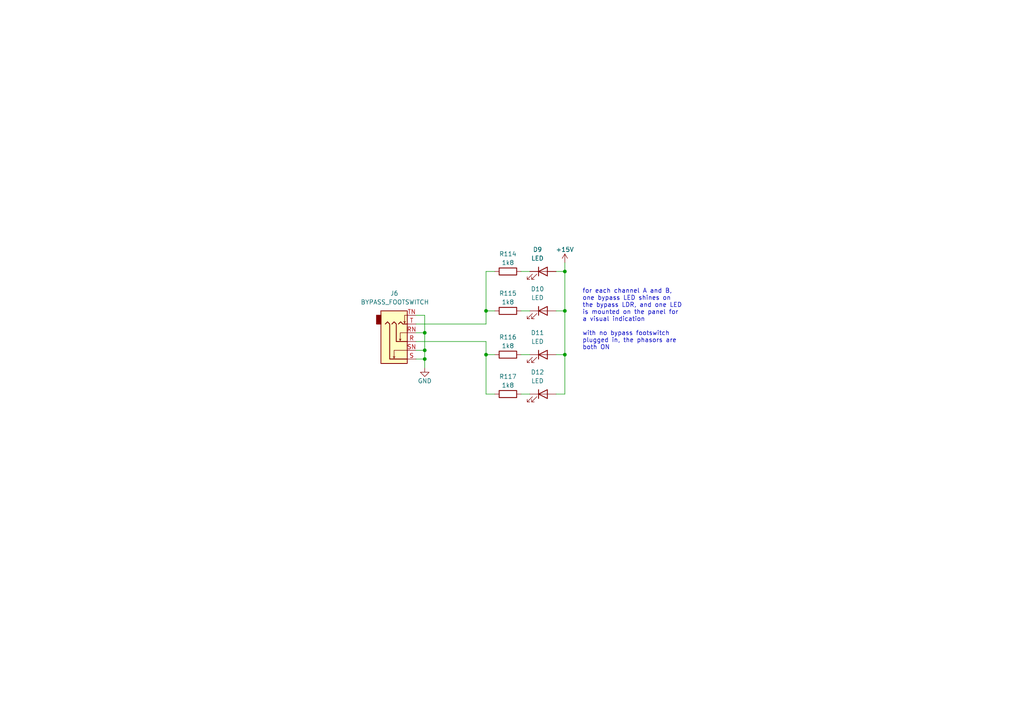
<source format=kicad_sch>
(kicad_sch (version 20211123) (generator eeschema)
  (paper "A4")
  (title_block (title "Mu-Tron Bi-Phase near-clone") (date "2022-08-01") (rev "0") (comment 2 "creativecommons.org/licenses/by/4.0/") (comment 3 "License: CC by 4.0") (comment 4 "Author: Jordan Aceto"))
  (lib_symbols
    (symbol "Connector:AudioJack3_Switch"
      (property "Reference" "J" (at 0 11.43 0))
      (property "Value" "AudioJack3_Switch" (at 0 8.89 0))
      (symbol "AudioJack3_Switch_0_1"
        (rectangle (start -5.08 -5.08) (end -6.35 -7.62) (stroke (width 0.254)) (fill (type outline)))
        (polyline (pts (xy -1.27 4.826) (xy -1.016 4.318)))
        (polyline (pts (xy 0.508 -0.254) (xy 0.762 -0.762)))
        (polyline (pts (xy 1.778 -5.334) (xy 2.032 -5.842)))
        (polyline (pts (xy 0 -5.08) (xy 0.635 -5.715) (xy 1.27 -5.08) (xy 2.54 -5.08)) (stroke (width 0.254)))
        (polyline (pts (xy 2.54 -7.62) (xy 1.778 -7.62) (xy 1.778 -5.334) (xy 1.524 -5.842)))
        (polyline (pts (xy 2.54 -2.54) (xy 0.508 -2.54) (xy 0.508 -0.254) (xy 0.254 -0.762)))
        (polyline (pts (xy 2.54 2.54) (xy -1.27 2.54) (xy -1.27 4.826) (xy -1.524 4.318)))
        (polyline (pts (xy -1.905 -5.08) (xy -1.27 -5.715) (xy -0.635 -5.08) (xy -0.635 0) (xy 2.54 0)) (stroke (width 0.254)))
        (polyline (pts (xy 2.54 5.08) (xy -2.54 5.08) (xy -2.54 -5.08) (xy -3.175 -5.715) (xy -3.81 -5.08)) (stroke (width 0.254)))
        (rectangle (start 2.54 6.35) (end -5.08 -8.89) (stroke (width 0.254)) (fill (type background)))
      )
      (symbol "AudioJack3_Switch_1_1"
        (pin passive line (at 5.08 0 180) (length 2.54) (name "~") (number "R"))
        (pin passive line (at 5.08 -2.54 180) (length 2.54) (name "~") (number "RN"))
        (pin passive line (at 5.08 5.08 180) (length 2.54) (name "~") (number "S"))
        (pin passive line (at 5.08 2.54 180) (length 2.54) (name "~") (number "SN"))
        (pin passive line (at 5.08 -5.08 180) (length 2.54) (name "~") (number "T"))
        (pin passive line (at 5.08 -7.62 180) (length 2.54) (name "~") (number "TN"))
      )
    )
    (symbol "Device:LED" (pin_numbers hide) (pin_names (offset 1.016) hide)
      (property "Reference" "D" (at 0 2.54 0))
      (property "Value" "LED" (at 0 -2.54 0))
      (symbol "LED_0_1"
        (polyline (pts (xy -1.27 -1.27) (xy -1.27 1.27)) (stroke (width 0.254)))
        (polyline (pts (xy -1.27 0) (xy 1.27 0)))
        (polyline (pts (xy 1.27 -1.27) (xy 1.27 1.27) (xy -1.27 0) (xy 1.27 -1.27)) (stroke (width 0.254)))
        (polyline (pts (xy -3.048 -0.762) (xy -4.572 -2.286) (xy -3.81 -2.286) (xy -4.572 -2.286) (xy -4.572 -1.524)))
        (polyline (pts (xy -1.778 -0.762) (xy -3.302 -2.286) (xy -2.54 -2.286) (xy -3.302 -2.286) (xy -3.302 -1.524)))
      )
      (symbol "LED_1_1"
        (pin passive line (at -3.81 0 0) (length 2.54) (name "K") (number "1"))
        (pin passive line (at 3.81 0 180) (length 2.54) (name "A") (number "2"))
      )
    )
    (symbol "Device:R" (pin_numbers hide) (pin_names (offset 0))
      (property "Reference" "R" (at 2.032 0 90))
      (property "Value" "R" (at 0 0 90))
      (symbol "R_0_1"
        (rectangle (start -1.016 -2.54) (end 1.016 2.54) (stroke (width 0.254)))
      )
      (symbol "R_1_1"
        (pin passive line (at 0 3.81 270) (length 1.27) (name "~") (number "1"))
        (pin passive line (at 0 -3.81 90) (length 1.27) (name "~") (number "2"))
      )
    )
    (symbol "power:+15V" (power) (pin_names (offset 0))
      (property "Value" "+15V" (at 0 3.556 0))
      (symbol "+15V_0_1"
        (polyline (pts (xy -0.762 1.27) (xy 0 2.54)))
        (polyline (pts (xy 0 0) (xy 0 2.54)))
        (polyline (pts (xy 0 2.54) (xy 0.762 1.27)))
      )
      (symbol "+15V_1_1"
        (pin power_in line (at 0 0 90) (length 0) hide (name "+15V") (number "1"))
      )
    )
    (symbol "power:GND" (power) (pin_names (offset 0))
      (property "Value" "GND" (at 0 -3.81 0))
      (symbol "GND_0_1"
        (polyline (pts (xy 0 0) (xy 0 -1.27) (xy 1.27 -1.27) (xy 0 -2.54) (xy -1.27 -1.27) (xy 0 -1.27)))
      )
      (symbol "GND_1_1"
        (pin power_in line (at 0 0 270) (length 0) hide (name "GND") (number "1"))
      )
    )
  )
  (junction (at 163.83 102.87))
  (junction (at 163.83 90.17))
  (junction (at 140.97 90.17))
  (junction (at 140.97 102.87))
  (junction (at 163.83 78.74))
  (junction (at 123.19 104.14))
  (junction (at 123.19 101.6))
  (junction (at 123.19 96.52))
  (wire (pts (xy 143.51 78.74) (xy 140.97 78.74)))
  (wire (pts (xy 123.19 96.52) (xy 123.19 91.44)))
  (wire (pts (xy 163.83 114.3) (xy 163.83 102.87)))
  (wire (pts (xy 120.65 101.6) (xy 123.19 101.6)))
  (wire (pts (xy 140.97 78.74) (xy 140.97 90.17)))
  (wire (pts (xy 140.97 114.3) (xy 143.51 114.3)))
  (wire (pts (xy 123.19 101.6) (xy 123.19 96.52)))
  (wire (pts (xy 151.13 78.74) (xy 153.67 78.74)))
  (wire (pts (xy 123.19 96.52) (xy 120.65 96.52)))
  (wire (pts (xy 151.13 90.17) (xy 153.67 90.17)))
  (wire (pts (xy 123.19 106.68) (xy 123.19 104.14)))
  (wire (pts (xy 140.97 102.87) (xy 140.97 114.3)))
  (wire (pts (xy 151.13 102.87) (xy 153.67 102.87)))
  (wire (pts (xy 163.83 76.2) (xy 163.83 78.74)))
  (wire (pts (xy 123.19 104.14) (xy 120.65 104.14)))
  (wire (pts (xy 123.19 104.14) (xy 123.19 101.6)))
  (wire (pts (xy 123.19 91.44) (xy 120.65 91.44)))
  (wire (pts (xy 140.97 99.06) (xy 140.97 102.87)))
  (wire (pts (xy 120.65 99.06) (xy 140.97 99.06)))
  (wire (pts (xy 140.97 90.17) (xy 143.51 90.17)))
  (wire (pts (xy 163.83 90.17) (xy 163.83 102.87)))
  (wire (pts (xy 151.13 114.3) (xy 153.67 114.3)))
  (wire (pts (xy 140.97 102.87) (xy 143.51 102.87)))
  (wire (pts (xy 161.29 114.3) (xy 163.83 114.3)))
  (wire (pts (xy 161.29 90.17) (xy 163.83 90.17)))
  (wire (pts (xy 161.29 78.74) (xy 163.83 78.74)))
  (wire (pts (xy 140.97 90.17) (xy 140.97 93.98)))
  (wire (pts (xy 120.65 93.98) (xy 140.97 93.98)))
  (wire (pts (xy 163.83 90.17) (xy 163.83 78.74)))
  (wire (pts (xy 163.83 102.87) (xy 161.29 102.87)))
  (text "for each channel A and B,\none bypass LED shines on\nthe bypass LDR, and one LED\nis mounted on the panel for\na visual indication\n\nwith no bypass footswitch \nplugged in, the phasors are\nboth ON" (at 168.91 101.6 0) (effects (font (size 1.27 1.27)) (justify left bottom)))
  (symbol (lib_id "Device:LED") (at 157.48 90.17 0) (unit 1)
    (property "Reference" "D10" (at 155.8925 83.82 0))
    (property "Value" "LED" (at 155.8925 86.36 0))
  )
  (symbol (lib_id "Device:R") (at 147.32 102.87 90) (unit 1)
    (property "Reference" "R116" (at 147.32 97.79 90))
    (property "Value" "1k8" (at 147.32 100.33 90))
  )
  (symbol (lib_id "Device:LED") (at 157.48 102.87 0) (unit 1)
    (property "Reference" "D11" (at 155.8925 96.52 0))
    (property "Value" "LED" (at 155.8925 99.06 0))
  )
  (symbol (lib_id "Device:R") (at 147.32 114.3 90) (unit 1)
    (property "Reference" "R117" (at 147.32 109.22 90))
    (property "Value" "1k8" (at 147.32 111.76 90))
  )
  (symbol (lib_id "Device:LED") (at 157.48 114.3 0) (unit 1)
    (property "Reference" "D12" (at 155.8925 107.95 0))
    (property "Value" "LED" (at 155.8925 110.49 0))
  )
  (symbol (lib_id "power:GND") (at 123.19 106.68 0) (unit 1)
    (property "Reference" "#PWR081" (effects hide))
    (property "Value" "GND" (at 123.19 110.49 0))
  )
  (symbol (lib_id "Connector:AudioJack3_Switch") (at 115.57 99.06 0) (mirror x) (unit 1)
    (property "Reference" "J6" (at 115.57 85.09 0) (effects (justify right)))
    (property "Value" "BYPASS_FOOTSWITCH" (at 124.46 87.63 0) (effects (justify right)))
  )
  (symbol (lib_id "Device:LED") (at 157.48 78.74 0) (unit 1)
    (property "Reference" "D9" (at 155.8925 72.39 0))
    (property "Value" "LED" (at 155.8925 74.93 0))
  )
  (symbol (lib_id "Device:R") (at 147.32 78.74 90) (unit 1)
    (property "Reference" "R114" (at 147.32 73.66 90))
    (property "Value" "1k8" (at 147.32 76.2 90))
  )
  (symbol (lib_id "power:+15V") (at 163.83 76.2 0) (unit 1)
    (property "Reference" "#PWR082" (effects hide))
    (property "Value" "+15V" (at 163.83 72.39 0))
  )
  (symbol (lib_id "Device:R") (at 147.32 90.17 90) (unit 1)
    (property "Reference" "R115" (at 147.32 85.09 90))
    (property "Value" "1k8" (at 147.32 87.63 90))
  )
)
</source>
